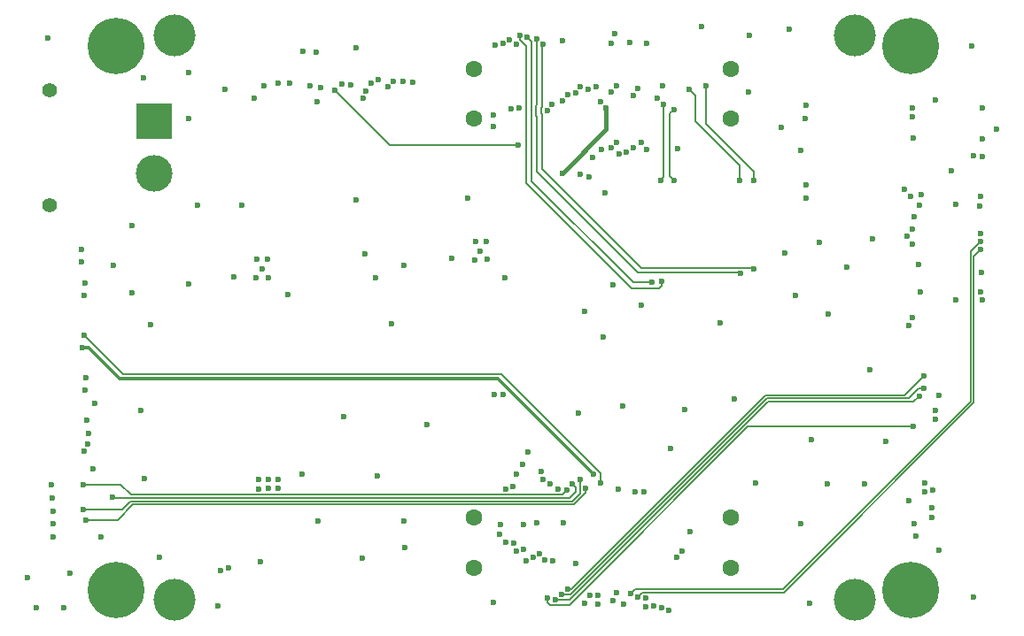
<source format=gbr>
%TF.GenerationSoftware,KiCad,Pcbnew,(5.1.8)-1*%
%TF.CreationDate,2021-06-12T11:00:53-04:00*%
%TF.ProjectId,pixc4-jetson-universal-carrier,70697863-342d-46a6-9574-736f6e2d756e,rev?*%
%TF.SameCoordinates,Original*%
%TF.FileFunction,Copper,L7,Inr*%
%TF.FilePolarity,Positive*%
%FSLAX46Y46*%
G04 Gerber Fmt 4.6, Leading zero omitted, Abs format (unit mm)*
G04 Created by KiCad (PCBNEW (5.1.8)-1) date 2021-06-12 11:00:53*
%MOMM*%
%LPD*%
G01*
G04 APERTURE LIST*
%TA.AperFunction,ComponentPad*%
%ADD10C,4.000000*%
%TD*%
%TA.AperFunction,ComponentPad*%
%ADD11C,1.600000*%
%TD*%
%TA.AperFunction,ComponentPad*%
%ADD12C,3.500000*%
%TD*%
%TA.AperFunction,ComponentPad*%
%ADD13R,3.500000X3.500000*%
%TD*%
%TA.AperFunction,ComponentPad*%
%ADD14C,1.400000*%
%TD*%
%TA.AperFunction,ComponentPad*%
%ADD15C,5.400000*%
%TD*%
%TA.AperFunction,ComponentPad*%
%ADD16C,0.800000*%
%TD*%
%TA.AperFunction,ViaPad*%
%ADD17C,0.600000*%
%TD*%
%TA.AperFunction,Conductor*%
%ADD18C,0.381000*%
%TD*%
%TA.AperFunction,Conductor*%
%ADD19C,0.152400*%
%TD*%
%TA.AperFunction,Conductor*%
%ADD20C,0.304800*%
%TD*%
G04 APERTURE END LIST*
D10*
%TO.N,*%
%TO.C,U5*%
X132105400Y-134734300D03*
X67105400Y-134734300D03*
X132105400Y-80734300D03*
X67105400Y-80734300D03*
%TD*%
D11*
%TO.N,+5V*%
%TO.C,J5*%
X120250000Y-88625000D03*
X95750000Y-88625000D03*
%TO.N,GND*%
X120250000Y-83875000D03*
X95750000Y-83875000D03*
%TD*%
%TO.N,+5V*%
%TO.C,J6*%
X120250000Y-131625000D03*
X95750000Y-131625000D03*
%TO.N,GND*%
X120250000Y-126875000D03*
X95750000Y-126875000D03*
%TD*%
D12*
%TO.N,Net-(D1-Pad1)*%
%TO.C,J27*%
X65194180Y-93920320D03*
D13*
%TO.N,GND*%
X65194180Y-88920320D03*
D14*
%TO.N,*%
X55194180Y-96920320D03*
X55194180Y-85920320D03*
%TD*%
D15*
%TO.N,GND*%
%TO.C,J4*%
X137500000Y-133750000D03*
D16*
X139525000Y-133750000D03*
X138931891Y-135181891D03*
X137500000Y-135775000D03*
X136068109Y-135181891D03*
X135475000Y-133750000D03*
X136068109Y-132318109D03*
X137500000Y-131725000D03*
X138931891Y-132318109D03*
%TD*%
D15*
%TO.N,GND*%
%TO.C,J3*%
X137500000Y-81750000D03*
D16*
X139525000Y-81750000D03*
X138931891Y-83181891D03*
X137500000Y-83775000D03*
X136068109Y-83181891D03*
X135475000Y-81750000D03*
X136068109Y-80318109D03*
X137500000Y-79725000D03*
X138931891Y-80318109D03*
%TD*%
D15*
%TO.N,GND*%
%TO.C,J2*%
X61500000Y-133750000D03*
D16*
X63525000Y-133750000D03*
X62931891Y-135181891D03*
X61500000Y-135775000D03*
X60068109Y-135181891D03*
X59475000Y-133750000D03*
X60068109Y-132318109D03*
X61500000Y-131725000D03*
X62931891Y-132318109D03*
%TD*%
D15*
%TO.N,GND*%
%TO.C,J1*%
X61500000Y-81750000D03*
D16*
X63525000Y-81750000D03*
X62931891Y-83181891D03*
X61500000Y-83775000D03*
X60068109Y-83181891D03*
X59475000Y-81750000D03*
X60068109Y-80318109D03*
X61500000Y-79725000D03*
X62931891Y-80318109D03*
%TD*%
D17*
%TO.N,GND*%
X145694400Y-89662000D03*
X76085700Y-103860600D03*
X74917300Y-103886000D03*
X75463400Y-103035100D03*
X76009500Y-102108000D03*
X74968100Y-102108000D03*
X125082300Y-89471500D03*
X95872300Y-100393500D03*
X96913700Y-100393500D03*
X95821500Y-102171500D03*
X96367600Y-101320600D03*
X96989900Y-102146100D03*
X127000000Y-91706700D03*
X104228900Y-81216500D03*
X68478400Y-84251800D03*
X74777600Y-86728300D03*
X68491100Y-88646000D03*
X71932800Y-85877400D03*
X61269880Y-102707440D03*
X63068200Y-98907600D03*
X64833500Y-108394500D03*
X63911480Y-116591080D03*
X64211200Y-123101100D03*
X85331300Y-101638100D03*
X84467700Y-96405700D03*
X73596500Y-96964500D03*
X95135700Y-96304100D03*
X108140500Y-109562900D03*
X105752900Y-116827300D03*
X115887500Y-116471700D03*
X119265700Y-108242100D03*
X133604000Y-112712500D03*
X133096000Y-123609100D03*
X143357600Y-81673700D03*
X125920500Y-80098900D03*
X111175800Y-124358400D03*
X111988600Y-124409200D03*
X144322800Y-92281658D03*
X144132300Y-96139000D03*
X100470990Y-127500292D03*
X104250005Y-127336658D03*
X105501442Y-131211610D03*
X107858560Y-87055960D03*
X138506200Y-95930720D03*
X137105181Y-99939699D03*
X131394200Y-102895400D03*
X128727200Y-100545900D03*
X125488700Y-101498400D03*
X129616200Y-107340400D03*
X126504700Y-105625900D03*
X109994700Y-116166900D03*
X135077200Y-119532400D03*
X129489200Y-123596400D03*
X127838200Y-135089900D03*
X127012700Y-127469900D03*
X83324700Y-117182900D03*
X86499700Y-122834400D03*
X79324200Y-122707400D03*
X80848200Y-127215900D03*
X89039700Y-127215900D03*
X71259700Y-135343900D03*
X65671700Y-130644900D03*
X63068200Y-105371900D03*
X64147700Y-84797900D03*
X69291200Y-96926400D03*
X87896700Y-108292900D03*
X111772700Y-106514900D03*
X108280200Y-95783400D03*
X127965200Y-119405400D03*
X143522700Y-134454900D03*
X55003700Y-80924400D03*
X122694700Y-123532900D03*
X120599200Y-115531900D03*
X106311700Y-107149900D03*
X109042200Y-104609900D03*
X133870700Y-100164900D03*
X115201700Y-91528900D03*
%TO.N,+BATT*%
X104216200Y-93891100D03*
X108394500Y-87604600D03*
X86372700Y-103911400D03*
X75336400Y-131114800D03*
%TO.N,+VDD_SERVO*%
X138447085Y-105261985D03*
X116398040Y-128188720D03*
%TO.N,+5V*%
X75692000Y-85521800D03*
X85051900Y-130721100D03*
X75184000Y-124091700D03*
X76098400Y-124079000D03*
X77012800Y-124066300D03*
X76987400Y-123202700D03*
X75158600Y-123228100D03*
X76073000Y-123215400D03*
X68453000Y-104521000D03*
X53073300Y-132600700D03*
%TO.N,3V3_SYS*%
X80759300Y-87058500D03*
X117500399Y-79844901D03*
%TO.N,USB2-*%
X113739846Y-85542562D03*
X137827849Y-98077721D03*
%TO.N,USB2+*%
X113247673Y-86721805D03*
X137662326Y-99252751D03*
%TO.N,PORT_VBUS_2*%
X112217200Y-81483200D03*
X141798240Y-96894375D03*
%TO.N,USB3-*%
X111391700Y-85801200D03*
X137627360Y-107741720D03*
%TO.N,USB3+*%
X110964548Y-86451214D03*
X137302240Y-108452920D03*
%TO.N,PORT_VBUS_3*%
X110629700Y-81407000D03*
X141798240Y-106029690D03*
%TO.N,USB4-*%
X109346858Y-85491485D03*
X139856278Y-116600960D03*
%TO.N,USB4+*%
X139856278Y-117408670D03*
X108828756Y-86085854D03*
%TO.N,PORT_VBUS_4*%
X140182600Y-115125500D03*
X108846325Y-81465125D03*
%TO.N,USB5-*%
X107416600Y-85623400D03*
X139471400Y-125948160D03*
X106717290Y-94201401D03*
%TO.N,USB5+*%
X106667299Y-85832063D03*
X139471400Y-126832640D03*
X105869460Y-94030800D03*
%TO.N,PORT_VBUS_5*%
X139598400Y-124256800D03*
X109181900Y-80556100D03*
X122034300Y-80683100D03*
X122022166Y-86105898D03*
%TO.N,ETH_RADIO_TX_N*%
X102335801Y-81514220D03*
X122455940Y-103014780D03*
%TO.N,ETH_RADIO_TX_P*%
X101762681Y-81001322D03*
X121208800Y-103479600D03*
%TO.N,ETH_RADIO_RX_N*%
X100850700Y-80860900D03*
X112731920Y-104299120D03*
%TO.N,ETH_RADIO_RX_P*%
X100109878Y-80729344D03*
X113670484Y-104274216D03*
%TO.N,ETH_SPARE_RX_P*%
X99767855Y-81528576D03*
X127464830Y-87396310D03*
%TO.N,ETH_SPARE_RX_N*%
X99160706Y-81084172D03*
X127429765Y-88671400D03*
%TO.N,ETH_SPARE_TX_P*%
X98494149Y-81433207D03*
X127464810Y-95016330D03*
%TO.N,ETH_SPARE_TX_N*%
X97775407Y-81655767D03*
X127464813Y-96286327D03*
%TO.N,XAVIER_CONSOLE_TX_OUT*%
X97612200Y-88315800D03*
X58547000Y-104432100D03*
%TO.N,XAVIER_CONSOLE_RX_IN*%
X58508900Y-105625900D03*
X97574100Y-89458800D03*
%TO.N,FMU_I2C_1_SDA*%
X103746300Y-124129800D03*
X59324242Y-122174000D03*
%TO.N,FMU_I2C_1_SCL*%
X102990943Y-123611586D03*
X58518921Y-120522869D03*
%TO.N,GPS1_RX*%
X102359445Y-123202521D03*
X58860348Y-119852383D03*
%TO.N,GPS1_TX*%
X58877200Y-118795800D03*
X102171310Y-122474010D03*
%TO.N,+VDD_5V_PERIPH*%
X144246600Y-103352288D03*
X144180128Y-99641634D03*
X98272600Y-127520700D03*
X101750008Y-127336657D03*
X55511700Y-128701800D03*
X97637600Y-134967668D03*
X58740040Y-117495320D03*
X112127789Y-134558761D03*
X110073440Y-135097520D03*
X106299000Y-135082280D03*
X107604551Y-135117831D03*
X140221660Y-129980380D03*
X60126880Y-128671320D03*
X59496960Y-115935760D03*
%TO.N,BATT_VOLTAGE_SENS_PROT*%
X115627082Y-130095237D03*
X58269562Y-101210800D03*
%TO.N,BATT_CURRENT_SENS_PROT*%
X115087400Y-130619500D03*
X58242200Y-102382320D03*
%TO.N,FMU-CH1-PROT*%
X143484600Y-92240100D03*
X102526010Y-130871221D03*
%TO.N,IO-CH8-PROT*%
X144373600Y-90627200D03*
X102039609Y-130297168D03*
%TO.N,IO-CH7-PROT*%
X144373600Y-87668100D03*
X101388155Y-130673640D03*
%TO.N,IO-CH6-PROT*%
X138275161Y-102645571D03*
X100716370Y-131012503D03*
%TO.N,IO-CH5-PROT*%
X100519283Y-129909783D03*
X137617200Y-100700840D03*
%TO.N,IO-CH4-PROT*%
X138363195Y-96967805D03*
X99776570Y-130030207D03*
%TO.N,IO-CH3-PROT*%
X141401842Y-93675227D03*
X99544316Y-129257257D03*
%TO.N,IO-CH2-PROT*%
X98796130Y-129177622D03*
X137748135Y-90544864D03*
%TO.N,IO-CH1-PROT*%
X98209100Y-128422400D03*
X139823041Y-86846559D03*
%TO.N,ETH_RADIO_TX_POSTMAG_N*%
X117936501Y-85499521D03*
X122455936Y-94569284D03*
%TO.N,ETH_RADIO_TX_POSTMAG_P*%
X116285922Y-85888732D03*
X121158505Y-94596715D03*
%TO.N,ETH_RADIO_RX_POSTMAG_N*%
X114835940Y-94569280D03*
X114854010Y-87768988D03*
%TO.N,ETH_RADIO_RX_POSTMAG_P*%
X113565940Y-94569280D03*
X113896645Y-87334855D03*
%TO.N,ETH_SPARE_TX_POSTMAG_N*%
X137493245Y-96097855D03*
%TO.N,ETH_SPARE_TX_POSTMAG_P*%
X136857296Y-95461907D03*
%TO.N,ETH_SPARE_RX_POSTMAG_N*%
X137680700Y-88480900D03*
%TO.N,ETH_SPARE_RX_POSTMAG_P*%
X137655300Y-87617300D03*
%TO.N,Net-(C20-Pad1)*%
X98717100Y-103936800D03*
X93636840Y-102044400D03*
%TO.N,Net-(D4-Pad1)*%
X53924200Y-135483600D03*
%TO.N,Net-(C21-Pad1)*%
X77978000Y-105537000D03*
X72752960Y-103794460D03*
%TO.N,+5V_FMU*%
X109499400Y-124129800D03*
X89090500Y-102730300D03*
X91236800Y-117919500D03*
X57124600Y-132181600D03*
X97726500Y-115112800D03*
X114554000Y-120197546D03*
X98557080Y-115097560D03*
X89103200Y-129692400D03*
%TO.N,Net-(D5-Pad1)*%
X56553100Y-135445500D03*
%TO.N,IRID_ON_OFF_3.3*%
X77050900Y-85255100D03*
X112217200Y-91605100D03*
%TO.N,IRID_TX_IN_3.3*%
X78155800Y-85305900D03*
X111772710Y-90930419D03*
%TO.N,IRID_RING_3.3*%
X79425800Y-82245200D03*
X110944111Y-91478100D03*
%TO.N,IRID_NA_3.3*%
X80657700Y-82270600D03*
X110326413Y-91907702D03*
%TO.N,IRID_RX_OUT_3.3*%
X109590480Y-92064262D03*
X84442300Y-81876900D03*
%TO.N,CAM1_D2_N*%
X109409465Y-90959095D03*
X85420200Y-86004400D03*
%TO.N,CAM1_D2_P*%
X108877100Y-91490800D03*
X85151489Y-86707183D03*
%TO.N,CAM1_D3_N*%
X84010500Y-85445600D03*
X107899200Y-91643200D03*
%TO.N,CAM1_D3_P*%
X107087969Y-92349610D03*
X83096100Y-85344000D03*
%TO.N,CAM1_D0_N*%
X89877900Y-85178900D03*
X105933786Y-85573315D03*
%TO.N,CAM1_D0_P*%
X105498900Y-86194900D03*
X89001600Y-85140800D03*
%TO.N,CAM1_C_N*%
X104731809Y-86399379D03*
X86575900Y-84950300D03*
%TO.N,CAM1_C_P*%
X104216200Y-86956900D03*
X85902932Y-85286784D03*
%TO.N,CAM1_D1_N*%
X103190900Y-87314458D03*
X88074965Y-85065452D03*
%TO.N,CAM1_D1_P*%
X102730300Y-87909400D03*
X87515700Y-85568772D03*
%TO.N,CAM_GPIO*%
X99961700Y-91211400D03*
X82448400Y-85966300D03*
%TO.N,CAM_SCL0*%
X100038766Y-87667234D03*
X81051400Y-85661500D03*
%TO.N,CAM_SDA0*%
X99289523Y-87736219D03*
X80086200Y-85496400D03*
%TO.N,RC_INPUT*%
X107873800Y-123510040D03*
X58491120Y-109407960D03*
%TO.N,+VDD_5V_RADIO*%
X107177840Y-122682000D03*
X58301380Y-110599980D03*
%TO.N,BUZZER_OUT*%
X106407958Y-124035555D03*
X58643481Y-127110191D03*
%TO.N,SAFETY_VDD*%
X105882440Y-123240800D03*
X58390511Y-126052980D03*
%TO.N,~SAFETY_SWITCH_LED_OUT*%
X105151715Y-123620506D03*
X61165740Y-124929900D03*
%TO.N,SAFETY_SWITCH_IN*%
X104632470Y-124203724D03*
X58372688Y-123714160D03*
%TO.N,SPI5_CS2_EXTERNAL1*%
X100882020Y-120606906D03*
X138816080Y-123550680D03*
%TO.N,SPI5_CS1_EXTERNAL1*%
X100355398Y-121729500D03*
X138821160Y-124419360D03*
%TO.N,SPI5_MOSI_EXTERNAL1*%
X99834700Y-122720100D03*
X137271844Y-125252396D03*
%TO.N,SPI5_MISO_EXTERNAL1*%
X99468339Y-123867183D03*
X137825480Y-127452120D03*
%TO.N,SPI5_SCK_EXTERNAL1*%
X137998200Y-128587500D03*
X98765049Y-124134590D03*
%TO.N,TELEM1_TX*%
X55511700Y-127431800D03*
X114385281Y-135702275D03*
%TO.N,TELEM1_RX*%
X55486300Y-126212600D03*
X113671026Y-135465711D03*
%TO.N,TELEM1_CTS*%
X55422800Y-124955300D03*
X112932693Y-135320835D03*
%TO.N,TELEM1_RTS*%
X55384700Y-123710700D03*
X112148676Y-135357284D03*
%TO.N,CAN_L_1-*%
X144208500Y-101193600D03*
X111381030Y-134466700D03*
%TO.N,CAN_H_1+*%
X144208500Y-100393500D03*
X110724418Y-134099300D03*
%TO.N,CAN_L_2-*%
X58643520Y-113477040D03*
X72303104Y-131690375D03*
X109353649Y-134008460D03*
%TO.N,CAN_H_2+*%
X58577480Y-114614960D03*
X109047280Y-134777480D03*
X71552148Y-131880385D03*
%TO.N,FMU_I2C_2_SDA*%
X144297400Y-106006900D03*
X107610456Y-134289770D03*
%TO.N,FMU_I2C_2_SCL*%
X144200676Y-105260742D03*
X106858090Y-134298105D03*
%TO.N,FMU-CH6-PROT*%
X138775440Y-113284000D03*
X104734650Y-133684532D03*
%TO.N,FMU-CH5-PROT*%
X138744960Y-114518440D03*
X104140290Y-134213688D03*
%TO.N,FMU-CH4-PROT*%
X103548204Y-134683445D03*
X138315700Y-115214400D03*
%TO.N,FMU-CH3-PROT*%
X102808149Y-134547695D03*
X137754360Y-118150640D03*
%TO.N,FMU-CH2-PROT*%
X144043400Y-97015300D03*
X103270711Y-130978665D03*
%TD*%
D18*
%TO.N,+BATT*%
X108394500Y-87604600D02*
X108394500Y-89712800D01*
X108394500Y-89712800D02*
X104216200Y-93891100D01*
D19*
%TO.N,ETH_RADIO_TX_N*%
X102296081Y-88257511D02*
X102296081Y-93511509D01*
X102296081Y-93511509D02*
X111718072Y-102933500D01*
X102201699Y-88163129D02*
X102296081Y-88257511D01*
X122374660Y-102933500D02*
X122455940Y-103014780D01*
X102201699Y-87655671D02*
X102201699Y-88163129D01*
X111718072Y-102933500D02*
X122374660Y-102933500D01*
X102296081Y-87561289D02*
X102201699Y-87655671D01*
X102296081Y-81553940D02*
X102296081Y-87561289D01*
X102335801Y-81514220D02*
X102296081Y-81553940D01*
%TO.N,ETH_RADIO_TX_P*%
X101762681Y-93732453D02*
X111433628Y-103403400D01*
X101762681Y-88478439D02*
X101762681Y-93732453D01*
X101668309Y-88384067D02*
X101762681Y-88478439D01*
X121132600Y-103403400D02*
X121208800Y-103479600D01*
X101668308Y-87434734D02*
X101668309Y-88384067D01*
X111433628Y-103403400D02*
X121132600Y-103403400D01*
X101762681Y-87340361D02*
X101668308Y-87434734D01*
X101762681Y-81001322D02*
X101762681Y-87340361D01*
%TO.N,ETH_RADIO_RX_N*%
X100850700Y-80860900D02*
X101264999Y-81275199D01*
X110937392Y-104299120D02*
X112731920Y-104299120D01*
X101264999Y-81275199D02*
X101264999Y-94626727D01*
X101264999Y-94626727D02*
X110937392Y-104299120D01*
%TO.N,ETH_RADIO_RX_P*%
X100109878Y-80729344D02*
X100109878Y-81118751D01*
X100109878Y-81118751D02*
X100698300Y-81707173D01*
X100698300Y-81707173D02*
X100698300Y-94814382D01*
X113441564Y-104927400D02*
X113670484Y-104698480D01*
X100698300Y-94814382D02*
X110811318Y-104927400D01*
X113670484Y-104698480D02*
X113670484Y-104274216D01*
X110811318Y-104927400D02*
X113441564Y-104927400D01*
%TO.N,ETH_RADIO_TX_POSTMAG_N*%
X117936501Y-85499521D02*
X117936501Y-89191345D01*
X117936501Y-89191345D02*
X122455936Y-93710780D01*
X122455936Y-93710780D02*
X122455936Y-94569284D01*
%TO.N,ETH_RADIO_TX_POSTMAG_P*%
X116865400Y-86468210D02*
X116285922Y-85888732D01*
X116865400Y-88874600D02*
X116865400Y-86468210D01*
X121158505Y-93167705D02*
X116865400Y-88874600D01*
X121158505Y-94596715D02*
X121158505Y-93167705D01*
%TO.N,ETH_RADIO_RX_POSTMAG_N*%
X114835940Y-94569280D02*
X114442240Y-94175580D01*
X114442240Y-94175580D02*
X114442240Y-88180758D01*
X114442240Y-88180758D02*
X114854010Y-87768988D01*
%TO.N,ETH_RADIO_RX_POSTMAG_P*%
X113565940Y-94569280D02*
X113873280Y-94261940D01*
X113873280Y-94261940D02*
X113873280Y-87358220D01*
X113873280Y-87358220D02*
X113896645Y-87334855D01*
%TO.N,CAM_GPIO*%
X87693500Y-91211400D02*
X82448400Y-85966300D01*
X99961700Y-91211400D02*
X87693500Y-91211400D01*
%TO.N,RC_INPUT*%
X62214760Y-113131600D02*
X58491120Y-109407960D01*
X98384360Y-113131600D02*
X62214760Y-113131600D01*
X107873800Y-122621040D02*
X98384360Y-113131600D01*
X107873800Y-123510040D02*
X107873800Y-122621040D01*
D20*
%TO.N,+VDD_5V_RADIO*%
X58936380Y-110599980D02*
X58301380Y-110599980D01*
X61849011Y-113512611D02*
X58936380Y-110599980D01*
X98008451Y-113512611D02*
X61849011Y-113512611D01*
X107177840Y-122682000D02*
X98008451Y-113512611D01*
D19*
%TO.N,BUZZER_OUT*%
X106407958Y-124035555D02*
X106407958Y-124459819D01*
X61667689Y-127110191D02*
X58643481Y-127110191D01*
X106407958Y-124459819D02*
X105269857Y-125597920D01*
X105269857Y-125597920D02*
X63179960Y-125597920D01*
X63179960Y-125597920D02*
X61667689Y-127110191D01*
%TO.N,SAFETY_VDD*%
X62130540Y-126052980D02*
X58390511Y-126052980D01*
X105882440Y-123240800D02*
X105879356Y-123243884D01*
X105105200Y-125293120D02*
X62890400Y-125293120D01*
X105879356Y-123243884D02*
X105879356Y-124518964D01*
X62890400Y-125293120D02*
X62130540Y-126052980D01*
X105879356Y-124518964D02*
X105105200Y-125293120D01*
%TO.N,~SAFETY_SWITCH_LED_OUT*%
X105451714Y-123920505D02*
X105451714Y-124398006D01*
X105151715Y-123620506D02*
X105451714Y-123920505D01*
X105451714Y-124398006D02*
X104876640Y-124973080D01*
X104876640Y-124973080D02*
X61208920Y-124973080D01*
X61208920Y-124973080D02*
X61165740Y-124929900D01*
%TO.N,SAFETY_SWITCH_IN*%
X62946280Y-124663200D02*
X61997239Y-123714159D01*
X58796952Y-123714160D02*
X58372688Y-123714160D01*
X61997239Y-123714159D02*
X58796952Y-123714160D01*
X104172994Y-124663200D02*
X62946280Y-124663200D01*
X104632470Y-124203724D02*
X104172994Y-124663200D01*
%TO.N,CAN_L_1-*%
X143522700Y-115862100D02*
X125385816Y-133998984D01*
X125385816Y-133998984D02*
X111848746Y-133998984D01*
X111848746Y-133998984D02*
X111381030Y-134466700D01*
X143522700Y-101879400D02*
X143522700Y-115862100D01*
X144208500Y-101193600D02*
X143522700Y-101879400D01*
%TO.N,CAN_H_1+*%
X111157016Y-133666702D02*
X110724418Y-134099300D01*
X143205200Y-101396800D02*
X143205200Y-115735834D01*
X143205200Y-115735834D02*
X125274332Y-133666702D01*
X144208500Y-100393500D02*
X143205200Y-101396800D01*
X125274332Y-133666702D02*
X111157016Y-133666702D01*
%TO.N,FMU-CH6-PROT*%
X105024668Y-133684532D02*
X104734650Y-133684532D01*
X123576080Y-115133120D02*
X105024668Y-133684532D01*
X136926320Y-115133120D02*
X123576080Y-115133120D01*
X138775440Y-113284000D02*
X136926320Y-115133120D01*
%TO.N,FMU-CH5-PROT*%
X104977378Y-134213688D02*
X104140290Y-134213688D01*
X137271760Y-115448080D02*
X123742986Y-115448080D01*
X123742986Y-115448080D02*
X104977378Y-134213688D01*
X138201400Y-114518440D02*
X137271760Y-115448080D01*
X138744960Y-114518440D02*
X138201400Y-114518440D01*
%TO.N,FMU-CH4-PROT*%
X137761701Y-115768399D02*
X138315700Y-115214400D01*
X123853734Y-115768399D02*
X137761701Y-115768399D01*
X103607048Y-134742289D02*
X104879844Y-134742289D01*
X103548204Y-134683445D02*
X103607048Y-134742289D01*
X104879844Y-134742289D02*
X123853734Y-115768399D01*
%TO.N,FMU-CH3-PROT*%
X102808149Y-134547695D02*
X102808149Y-134971959D01*
X102808149Y-134971959D02*
X103048236Y-135212046D01*
X103048236Y-135212046D02*
X104858594Y-135212046D01*
X104858594Y-135212046D02*
X121920000Y-118150640D01*
X121920000Y-118150640D02*
X137754360Y-118150640D01*
%TD*%
M02*

</source>
